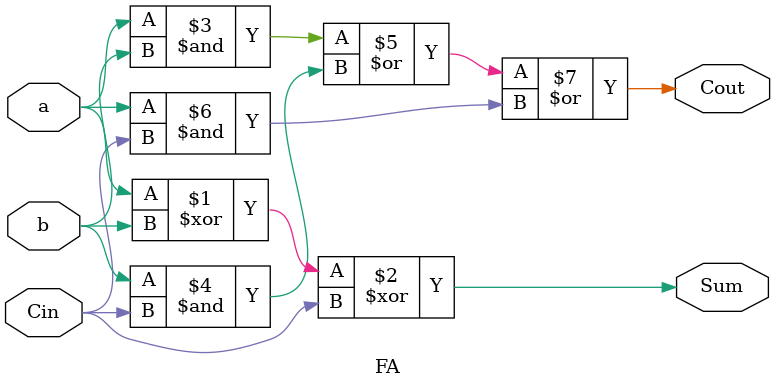
<source format=v>
module FA (
    input  a,
    input  b,
    input Cin,
    output  Sum,
    output Cout
);

    assign Sum = a ^ b ^ Cin;  // Sum output
    assign Cout = (a & b) | (b & Cin) | (a & Cin); // Carry-out
endmodule
</source>
